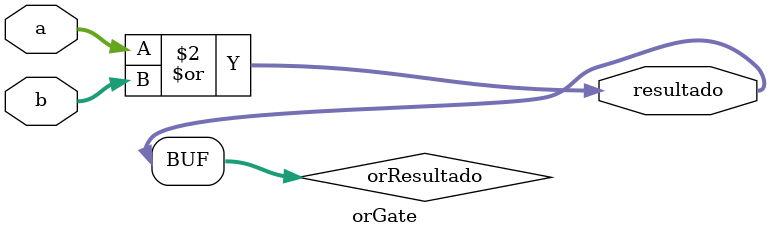
<source format=sv>
module orGate #(parameter N = 3)(input logic [N-1:0] a, b, output logic [N-1:0] resultado);

    logic [N-1:0] orResultado;

    always_comb begin
        orResultado <= a | b;
    end

    assign resultado = orResultado;

endmodule 
</source>
